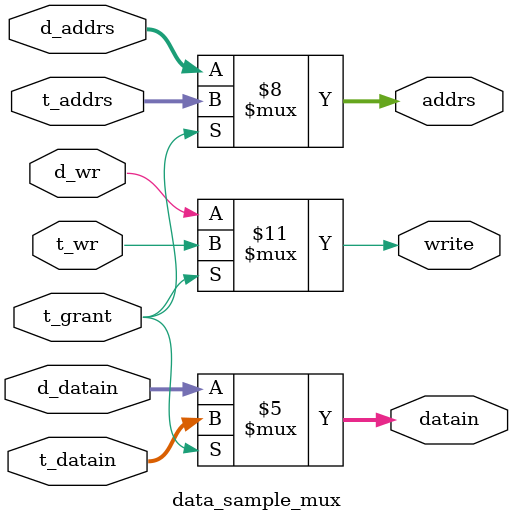
<source format=v>

module data_sample_mux (
    d_addrs,
    d_datain,
    d_wr,
    t_addrs,
    t_datain,
    t_wr,
    write,
    addrs,
    datain,
    t_grant
    ) ;
 
/*
 *
 *  @(#) data_sample_mux.v 15.1@(#)
 *  4/1/22  09:09:50
 *
 */

/*
 *
 * Data Sample RAM mux
 *
 * Author:  Mark A. Indovina
 * Author:  Ahmed Abdelazeem
 *          Zagazig University.
 *
 */

input
    t_grant,                // tdsp bus grant
    d_wr,                   // dma controller write strobe
    t_wr ;                  // tdsp write strobe

input [7:0]
    d_addrs,                // dma controller address bus
    t_addrs ;               // tdsp address bus

input [15:0]
    d_datain,               // dma controller data bus
    t_datain ;              // tdsp data bus

output
    write ;                 // resolved data sample ram write strobe

output [7:0]
    addrs ;                 // resolved data sample ram address bus

output [15:0]
    datain ;                // resolved data sample ram data bus

reg
    write ;

reg [7:0]
    addrs ;

reg [15:0]
    datain ;

//
// muxes
//
always @(t_grant or d_wr or t_wr)
    if (t_grant)
        write <= t_wr ;
    else
        write <= d_wr ;

always @(t_grant or d_addrs or t_addrs)
    if (t_grant)
        addrs <= t_addrs ;
    else
        addrs <= d_addrs ;

always @(t_grant or d_datain or t_datain)
    if (t_grant)
        datain <= t_datain ;
    else
        datain <= d_datain ;

endmodule // data_sample_mux

</source>
